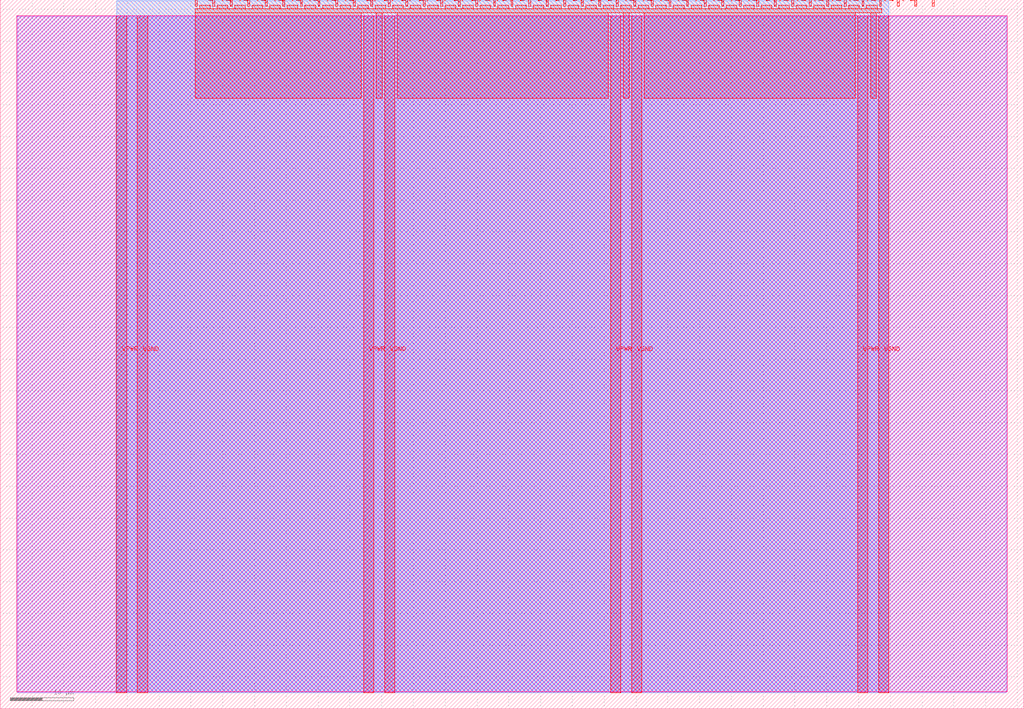
<source format=lef>
VERSION 5.7 ;
  NOWIREEXTENSIONATPIN ON ;
  DIVIDERCHAR "/" ;
  BUSBITCHARS "[]" ;
MACRO tt_um_wokwi_413919777312727041
  CLASS BLOCK ;
  FOREIGN tt_um_wokwi_413919777312727041 ;
  ORIGIN 0.000 0.000 ;
  SIZE 161.000 BY 111.520 ;
  PIN VGND
    DIRECTION INOUT ;
    USE GROUND ;
    PORT
      LAYER met4 ;
        RECT 21.580 2.480 23.180 109.040 ;
    END
    PORT
      LAYER met4 ;
        RECT 60.450 2.480 62.050 109.040 ;
    END
    PORT
      LAYER met4 ;
        RECT 99.320 2.480 100.920 109.040 ;
    END
    PORT
      LAYER met4 ;
        RECT 138.190 2.480 139.790 109.040 ;
    END
  END VGND
  PIN VPWR
    DIRECTION INOUT ;
    USE POWER ;
    PORT
      LAYER met4 ;
        RECT 18.280 2.480 19.880 109.040 ;
    END
    PORT
      LAYER met4 ;
        RECT 57.150 2.480 58.750 109.040 ;
    END
    PORT
      LAYER met4 ;
        RECT 96.020 2.480 97.620 109.040 ;
    END
    PORT
      LAYER met4 ;
        RECT 134.890 2.480 136.490 109.040 ;
    END
  END VPWR
  PIN clk
    DIRECTION INPUT ;
    USE SIGNAL ;
    PORT
      LAYER met4 ;
        RECT 143.830 110.520 144.130 111.520 ;
    END
  END clk
  PIN ena
    DIRECTION INPUT ;
    USE SIGNAL ;
    PORT
      LAYER met4 ;
        RECT 146.590 110.520 146.890 111.520 ;
    END
  END ena
  PIN rst_n
    DIRECTION INPUT ;
    USE SIGNAL ;
    PORT
      LAYER met4 ;
        RECT 141.070 110.520 141.370 111.520 ;
    END
  END rst_n
  PIN ui_in[0]
    DIRECTION INPUT ;
    USE SIGNAL ;
    ANTENNAGATEAREA 0.196500 ;
    PORT
      LAYER met4 ;
        RECT 138.310 110.520 138.610 111.520 ;
    END
  END ui_in[0]
  PIN ui_in[1]
    DIRECTION INPUT ;
    USE SIGNAL ;
    ANTENNAGATEAREA 0.196500 ;
    PORT
      LAYER met4 ;
        RECT 135.550 110.520 135.850 111.520 ;
    END
  END ui_in[1]
  PIN ui_in[2]
    DIRECTION INPUT ;
    USE SIGNAL ;
    ANTENNAGATEAREA 0.196500 ;
    PORT
      LAYER met4 ;
        RECT 132.790 110.520 133.090 111.520 ;
    END
  END ui_in[2]
  PIN ui_in[3]
    DIRECTION INPUT ;
    USE SIGNAL ;
    ANTENNAGATEAREA 0.196500 ;
    PORT
      LAYER met4 ;
        RECT 130.030 110.520 130.330 111.520 ;
    END
  END ui_in[3]
  PIN ui_in[4]
    DIRECTION INPUT ;
    USE SIGNAL ;
    ANTENNAGATEAREA 0.196500 ;
    PORT
      LAYER met4 ;
        RECT 127.270 110.520 127.570 111.520 ;
    END
  END ui_in[4]
  PIN ui_in[5]
    DIRECTION INPUT ;
    USE SIGNAL ;
    PORT
      LAYER met4 ;
        RECT 124.510 110.520 124.810 111.520 ;
    END
  END ui_in[5]
  PIN ui_in[6]
    DIRECTION INPUT ;
    USE SIGNAL ;
    PORT
      LAYER met4 ;
        RECT 121.750 110.520 122.050 111.520 ;
    END
  END ui_in[6]
  PIN ui_in[7]
    DIRECTION INPUT ;
    USE SIGNAL ;
    ANTENNAGATEAREA 0.196500 ;
    PORT
      LAYER met4 ;
        RECT 118.990 110.520 119.290 111.520 ;
    END
  END ui_in[7]
  PIN uio_in[0]
    DIRECTION INPUT ;
    USE SIGNAL ;
    PORT
      LAYER met4 ;
        RECT 116.230 110.520 116.530 111.520 ;
    END
  END uio_in[0]
  PIN uio_in[1]
    DIRECTION INPUT ;
    USE SIGNAL ;
    PORT
      LAYER met4 ;
        RECT 113.470 110.520 113.770 111.520 ;
    END
  END uio_in[1]
  PIN uio_in[2]
    DIRECTION INPUT ;
    USE SIGNAL ;
    PORT
      LAYER met4 ;
        RECT 110.710 110.520 111.010 111.520 ;
    END
  END uio_in[2]
  PIN uio_in[3]
    DIRECTION INPUT ;
    USE SIGNAL ;
    PORT
      LAYER met4 ;
        RECT 107.950 110.520 108.250 111.520 ;
    END
  END uio_in[3]
  PIN uio_in[4]
    DIRECTION INPUT ;
    USE SIGNAL ;
    PORT
      LAYER met4 ;
        RECT 105.190 110.520 105.490 111.520 ;
    END
  END uio_in[4]
  PIN uio_in[5]
    DIRECTION INPUT ;
    USE SIGNAL ;
    PORT
      LAYER met4 ;
        RECT 102.430 110.520 102.730 111.520 ;
    END
  END uio_in[5]
  PIN uio_in[6]
    DIRECTION INPUT ;
    USE SIGNAL ;
    PORT
      LAYER met4 ;
        RECT 99.670 110.520 99.970 111.520 ;
    END
  END uio_in[6]
  PIN uio_in[7]
    DIRECTION INPUT ;
    USE SIGNAL ;
    PORT
      LAYER met4 ;
        RECT 96.910 110.520 97.210 111.520 ;
    END
  END uio_in[7]
  PIN uio_oe[0]
    DIRECTION OUTPUT ;
    USE SIGNAL ;
    PORT
      LAYER met4 ;
        RECT 49.990 110.520 50.290 111.520 ;
    END
  END uio_oe[0]
  PIN uio_oe[1]
    DIRECTION OUTPUT ;
    USE SIGNAL ;
    PORT
      LAYER met4 ;
        RECT 47.230 110.520 47.530 111.520 ;
    END
  END uio_oe[1]
  PIN uio_oe[2]
    DIRECTION OUTPUT ;
    USE SIGNAL ;
    PORT
      LAYER met4 ;
        RECT 44.470 110.520 44.770 111.520 ;
    END
  END uio_oe[2]
  PIN uio_oe[3]
    DIRECTION OUTPUT ;
    USE SIGNAL ;
    PORT
      LAYER met4 ;
        RECT 41.710 110.520 42.010 111.520 ;
    END
  END uio_oe[3]
  PIN uio_oe[4]
    DIRECTION OUTPUT ;
    USE SIGNAL ;
    PORT
      LAYER met4 ;
        RECT 38.950 110.520 39.250 111.520 ;
    END
  END uio_oe[4]
  PIN uio_oe[5]
    DIRECTION OUTPUT ;
    USE SIGNAL ;
    PORT
      LAYER met4 ;
        RECT 36.190 110.520 36.490 111.520 ;
    END
  END uio_oe[5]
  PIN uio_oe[6]
    DIRECTION OUTPUT ;
    USE SIGNAL ;
    PORT
      LAYER met4 ;
        RECT 33.430 110.520 33.730 111.520 ;
    END
  END uio_oe[6]
  PIN uio_oe[7]
    DIRECTION OUTPUT ;
    USE SIGNAL ;
    PORT
      LAYER met4 ;
        RECT 30.670 110.520 30.970 111.520 ;
    END
  END uio_oe[7]
  PIN uio_out[0]
    DIRECTION OUTPUT ;
    USE SIGNAL ;
    PORT
      LAYER met4 ;
        RECT 72.070 110.520 72.370 111.520 ;
    END
  END uio_out[0]
  PIN uio_out[1]
    DIRECTION OUTPUT ;
    USE SIGNAL ;
    PORT
      LAYER met4 ;
        RECT 69.310 110.520 69.610 111.520 ;
    END
  END uio_out[1]
  PIN uio_out[2]
    DIRECTION OUTPUT ;
    USE SIGNAL ;
    PORT
      LAYER met4 ;
        RECT 66.550 110.520 66.850 111.520 ;
    END
  END uio_out[2]
  PIN uio_out[3]
    DIRECTION OUTPUT ;
    USE SIGNAL ;
    PORT
      LAYER met4 ;
        RECT 63.790 110.520 64.090 111.520 ;
    END
  END uio_out[3]
  PIN uio_out[4]
    DIRECTION OUTPUT ;
    USE SIGNAL ;
    PORT
      LAYER met4 ;
        RECT 61.030 110.520 61.330 111.520 ;
    END
  END uio_out[4]
  PIN uio_out[5]
    DIRECTION OUTPUT ;
    USE SIGNAL ;
    PORT
      LAYER met4 ;
        RECT 58.270 110.520 58.570 111.520 ;
    END
  END uio_out[5]
  PIN uio_out[6]
    DIRECTION OUTPUT ;
    USE SIGNAL ;
    PORT
      LAYER met4 ;
        RECT 55.510 110.520 55.810 111.520 ;
    END
  END uio_out[6]
  PIN uio_out[7]
    DIRECTION OUTPUT ;
    USE SIGNAL ;
    PORT
      LAYER met4 ;
        RECT 52.750 110.520 53.050 111.520 ;
    END
  END uio_out[7]
  PIN uo_out[0]
    DIRECTION OUTPUT ;
    USE SIGNAL ;
    ANTENNADIFFAREA 0.795200 ;
    PORT
      LAYER met4 ;
        RECT 94.150 110.520 94.450 111.520 ;
    END
  END uo_out[0]
  PIN uo_out[1]
    DIRECTION OUTPUT ;
    USE SIGNAL ;
    ANTENNADIFFAREA 0.795200 ;
    PORT
      LAYER met4 ;
        RECT 91.390 110.520 91.690 111.520 ;
    END
  END uo_out[1]
  PIN uo_out[2]
    DIRECTION OUTPUT ;
    USE SIGNAL ;
    PORT
      LAYER met4 ;
        RECT 88.630 110.520 88.930 111.520 ;
    END
  END uo_out[2]
  PIN uo_out[3]
    DIRECTION OUTPUT ;
    USE SIGNAL ;
    ANTENNADIFFAREA 0.445500 ;
    PORT
      LAYER met4 ;
        RECT 85.870 110.520 86.170 111.520 ;
    END
  END uo_out[3]
  PIN uo_out[4]
    DIRECTION OUTPUT ;
    USE SIGNAL ;
    PORT
      LAYER met4 ;
        RECT 83.110 110.520 83.410 111.520 ;
    END
  END uo_out[4]
  PIN uo_out[5]
    DIRECTION OUTPUT ;
    USE SIGNAL ;
    ANTENNADIFFAREA 0.445500 ;
    PORT
      LAYER met4 ;
        RECT 80.350 110.520 80.650 111.520 ;
    END
  END uo_out[5]
  PIN uo_out[6]
    DIRECTION OUTPUT ;
    USE SIGNAL ;
    ANTENNADIFFAREA 0.445500 ;
    PORT
      LAYER met4 ;
        RECT 77.590 110.520 77.890 111.520 ;
    END
  END uo_out[6]
  PIN uo_out[7]
    DIRECTION OUTPUT ;
    USE SIGNAL ;
    PORT
      LAYER met4 ;
        RECT 74.830 110.520 75.130 111.520 ;
    END
  END uo_out[7]
  OBS
      LAYER nwell ;
        RECT 2.570 2.635 158.430 108.990 ;
      LAYER li1 ;
        RECT 2.760 2.635 158.240 108.885 ;
      LAYER met1 ;
        RECT 2.760 2.480 158.240 109.040 ;
      LAYER met2 ;
        RECT 18.310 2.535 139.760 111.365 ;
      LAYER met3 ;
        RECT 18.290 2.555 139.780 111.345 ;
      LAYER met4 ;
        RECT 31.370 110.120 33.030 110.665 ;
        RECT 34.130 110.120 35.790 110.665 ;
        RECT 36.890 110.120 38.550 110.665 ;
        RECT 39.650 110.120 41.310 110.665 ;
        RECT 42.410 110.120 44.070 110.665 ;
        RECT 45.170 110.120 46.830 110.665 ;
        RECT 47.930 110.120 49.590 110.665 ;
        RECT 50.690 110.120 52.350 110.665 ;
        RECT 53.450 110.120 55.110 110.665 ;
        RECT 56.210 110.120 57.870 110.665 ;
        RECT 58.970 110.120 60.630 110.665 ;
        RECT 61.730 110.120 63.390 110.665 ;
        RECT 64.490 110.120 66.150 110.665 ;
        RECT 67.250 110.120 68.910 110.665 ;
        RECT 70.010 110.120 71.670 110.665 ;
        RECT 72.770 110.120 74.430 110.665 ;
        RECT 75.530 110.120 77.190 110.665 ;
        RECT 78.290 110.120 79.950 110.665 ;
        RECT 81.050 110.120 82.710 110.665 ;
        RECT 83.810 110.120 85.470 110.665 ;
        RECT 86.570 110.120 88.230 110.665 ;
        RECT 89.330 110.120 90.990 110.665 ;
        RECT 92.090 110.120 93.750 110.665 ;
        RECT 94.850 110.120 96.510 110.665 ;
        RECT 97.610 110.120 99.270 110.665 ;
        RECT 100.370 110.120 102.030 110.665 ;
        RECT 103.130 110.120 104.790 110.665 ;
        RECT 105.890 110.120 107.550 110.665 ;
        RECT 108.650 110.120 110.310 110.665 ;
        RECT 111.410 110.120 113.070 110.665 ;
        RECT 114.170 110.120 115.830 110.665 ;
        RECT 116.930 110.120 118.590 110.665 ;
        RECT 119.690 110.120 121.350 110.665 ;
        RECT 122.450 110.120 124.110 110.665 ;
        RECT 125.210 110.120 126.870 110.665 ;
        RECT 127.970 110.120 129.630 110.665 ;
        RECT 130.730 110.120 132.390 110.665 ;
        RECT 133.490 110.120 135.150 110.665 ;
        RECT 136.250 110.120 137.910 110.665 ;
        RECT 30.655 109.440 138.625 110.120 ;
        RECT 30.655 96.055 56.750 109.440 ;
        RECT 59.150 96.055 60.050 109.440 ;
        RECT 62.450 96.055 95.620 109.440 ;
        RECT 98.020 96.055 98.920 109.440 ;
        RECT 101.320 96.055 134.490 109.440 ;
        RECT 136.890 96.055 137.790 109.440 ;
  END
END tt_um_wokwi_413919777312727041
END LIBRARY


</source>
